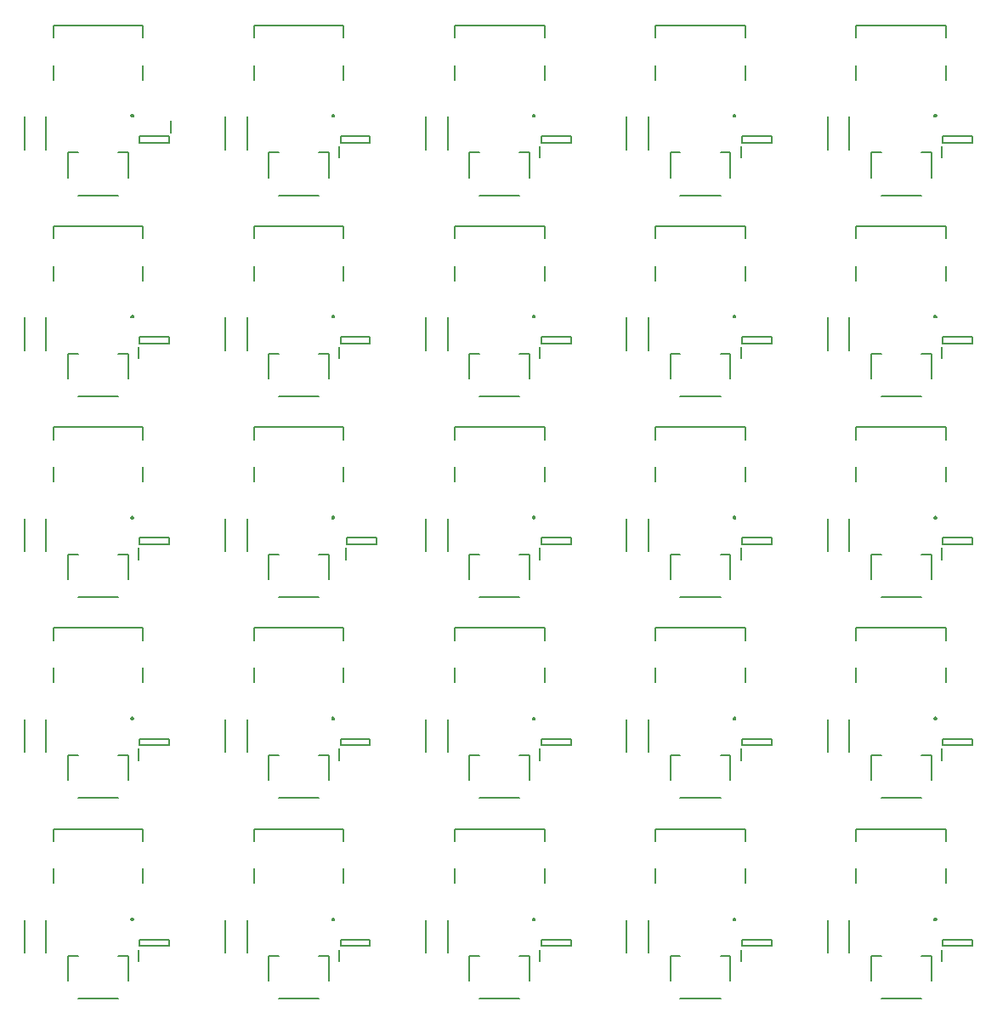
<source format=gbr>
G04 EAGLE Gerber RS-274X export*
G75*
%MOMM*%
%FSLAX34Y34*%
%LPD*%
%INSilkscreen Top*%
%IPPOS*%
%AMOC8*
5,1,8,0,0,1.08239X$1,22.5*%
G01*
%ADD10C,0.127000*%
%ADD11C,0.200000*%
%ADD12C,0.152400*%


D10*
X157200Y1421900D02*
X157200Y1436300D01*
X67800Y1436300D02*
X67800Y1421900D01*
X67800Y1463700D02*
X67800Y1476000D01*
X157200Y1476000D01*
X157200Y1463700D01*
D11*
X145500Y1386000D02*
X145502Y1386063D01*
X145508Y1386125D01*
X145518Y1386187D01*
X145531Y1386249D01*
X145549Y1386309D01*
X145570Y1386368D01*
X145595Y1386426D01*
X145624Y1386482D01*
X145656Y1386536D01*
X145691Y1386588D01*
X145729Y1386637D01*
X145771Y1386685D01*
X145815Y1386729D01*
X145863Y1386771D01*
X145912Y1386809D01*
X145964Y1386844D01*
X146018Y1386876D01*
X146074Y1386905D01*
X146132Y1386930D01*
X146191Y1386951D01*
X146251Y1386969D01*
X146313Y1386982D01*
X146375Y1386992D01*
X146437Y1386998D01*
X146500Y1387000D01*
X146563Y1386998D01*
X146625Y1386992D01*
X146687Y1386982D01*
X146749Y1386969D01*
X146809Y1386951D01*
X146868Y1386930D01*
X146926Y1386905D01*
X146982Y1386876D01*
X147036Y1386844D01*
X147088Y1386809D01*
X147137Y1386771D01*
X147185Y1386729D01*
X147229Y1386685D01*
X147271Y1386637D01*
X147309Y1386588D01*
X147344Y1386536D01*
X147376Y1386482D01*
X147405Y1386426D01*
X147430Y1386368D01*
X147451Y1386309D01*
X147469Y1386249D01*
X147482Y1386187D01*
X147492Y1386125D01*
X147498Y1386063D01*
X147500Y1386000D01*
X147498Y1385937D01*
X147492Y1385875D01*
X147482Y1385813D01*
X147469Y1385751D01*
X147451Y1385691D01*
X147430Y1385632D01*
X147405Y1385574D01*
X147376Y1385518D01*
X147344Y1385464D01*
X147309Y1385412D01*
X147271Y1385363D01*
X147229Y1385315D01*
X147185Y1385271D01*
X147137Y1385229D01*
X147088Y1385191D01*
X147036Y1385156D01*
X146982Y1385124D01*
X146926Y1385095D01*
X146868Y1385070D01*
X146809Y1385049D01*
X146749Y1385031D01*
X146687Y1385018D01*
X146625Y1385008D01*
X146563Y1385002D01*
X146500Y1385000D01*
X146437Y1385002D01*
X146375Y1385008D01*
X146313Y1385018D01*
X146251Y1385031D01*
X146191Y1385049D01*
X146132Y1385070D01*
X146074Y1385095D01*
X146018Y1385124D01*
X145964Y1385156D01*
X145912Y1385191D01*
X145863Y1385229D01*
X145815Y1385271D01*
X145771Y1385315D01*
X145729Y1385363D01*
X145691Y1385412D01*
X145656Y1385464D01*
X145624Y1385518D01*
X145595Y1385574D01*
X145570Y1385632D01*
X145549Y1385691D01*
X145531Y1385751D01*
X145518Y1385813D01*
X145508Y1385875D01*
X145502Y1385937D01*
X145500Y1386000D01*
D12*
X132500Y1306750D02*
X92500Y1306750D01*
X82500Y1324500D02*
X82500Y1349250D01*
X92500Y1349250D01*
X132500Y1349250D02*
X142500Y1349250D01*
X142500Y1324500D01*
D10*
X39100Y1352450D02*
X39100Y1385050D01*
X60900Y1385050D02*
X60900Y1352450D01*
D11*
X183500Y1359250D02*
X183500Y1365750D01*
X183500Y1359250D02*
X154000Y1359250D01*
X154000Y1365750D01*
X183500Y1365750D01*
X184750Y1369250D02*
X184750Y1380750D01*
D10*
X357200Y1421900D02*
X357200Y1436300D01*
X267800Y1436300D02*
X267800Y1421900D01*
X267800Y1463700D02*
X267800Y1476000D01*
X357200Y1476000D01*
X357200Y1463700D01*
D11*
X345500Y1386000D02*
X345502Y1386063D01*
X345508Y1386125D01*
X345518Y1386187D01*
X345531Y1386249D01*
X345549Y1386309D01*
X345570Y1386368D01*
X345595Y1386426D01*
X345624Y1386482D01*
X345656Y1386536D01*
X345691Y1386588D01*
X345729Y1386637D01*
X345771Y1386685D01*
X345815Y1386729D01*
X345863Y1386771D01*
X345912Y1386809D01*
X345964Y1386844D01*
X346018Y1386876D01*
X346074Y1386905D01*
X346132Y1386930D01*
X346191Y1386951D01*
X346251Y1386969D01*
X346313Y1386982D01*
X346375Y1386992D01*
X346437Y1386998D01*
X346500Y1387000D01*
X346563Y1386998D01*
X346625Y1386992D01*
X346687Y1386982D01*
X346749Y1386969D01*
X346809Y1386951D01*
X346868Y1386930D01*
X346926Y1386905D01*
X346982Y1386876D01*
X347036Y1386844D01*
X347088Y1386809D01*
X347137Y1386771D01*
X347185Y1386729D01*
X347229Y1386685D01*
X347271Y1386637D01*
X347309Y1386588D01*
X347344Y1386536D01*
X347376Y1386482D01*
X347405Y1386426D01*
X347430Y1386368D01*
X347451Y1386309D01*
X347469Y1386249D01*
X347482Y1386187D01*
X347492Y1386125D01*
X347498Y1386063D01*
X347500Y1386000D01*
X347498Y1385937D01*
X347492Y1385875D01*
X347482Y1385813D01*
X347469Y1385751D01*
X347451Y1385691D01*
X347430Y1385632D01*
X347405Y1385574D01*
X347376Y1385518D01*
X347344Y1385464D01*
X347309Y1385412D01*
X347271Y1385363D01*
X347229Y1385315D01*
X347185Y1385271D01*
X347137Y1385229D01*
X347088Y1385191D01*
X347036Y1385156D01*
X346982Y1385124D01*
X346926Y1385095D01*
X346868Y1385070D01*
X346809Y1385049D01*
X346749Y1385031D01*
X346687Y1385018D01*
X346625Y1385008D01*
X346563Y1385002D01*
X346500Y1385000D01*
X346437Y1385002D01*
X346375Y1385008D01*
X346313Y1385018D01*
X346251Y1385031D01*
X346191Y1385049D01*
X346132Y1385070D01*
X346074Y1385095D01*
X346018Y1385124D01*
X345964Y1385156D01*
X345912Y1385191D01*
X345863Y1385229D01*
X345815Y1385271D01*
X345771Y1385315D01*
X345729Y1385363D01*
X345691Y1385412D01*
X345656Y1385464D01*
X345624Y1385518D01*
X345595Y1385574D01*
X345570Y1385632D01*
X345549Y1385691D01*
X345531Y1385751D01*
X345518Y1385813D01*
X345508Y1385875D01*
X345502Y1385937D01*
X345500Y1386000D01*
D12*
X332500Y1306750D02*
X292500Y1306750D01*
X282500Y1324500D02*
X282500Y1349250D01*
X292500Y1349250D01*
X332500Y1349250D02*
X342500Y1349250D01*
X342500Y1324500D01*
D10*
X239100Y1352450D02*
X239100Y1385050D01*
X260900Y1385050D02*
X260900Y1352450D01*
D11*
X354000Y1359250D02*
X354000Y1365750D01*
X383500Y1365750D01*
X383500Y1359250D01*
X354000Y1359250D01*
X352750Y1355750D02*
X352750Y1344250D01*
D10*
X557200Y1421900D02*
X557200Y1436300D01*
X467800Y1436300D02*
X467800Y1421900D01*
X467800Y1463700D02*
X467800Y1476000D01*
X557200Y1476000D01*
X557200Y1463700D01*
D11*
X545500Y1386000D02*
X545502Y1386063D01*
X545508Y1386125D01*
X545518Y1386187D01*
X545531Y1386249D01*
X545549Y1386309D01*
X545570Y1386368D01*
X545595Y1386426D01*
X545624Y1386482D01*
X545656Y1386536D01*
X545691Y1386588D01*
X545729Y1386637D01*
X545771Y1386685D01*
X545815Y1386729D01*
X545863Y1386771D01*
X545912Y1386809D01*
X545964Y1386844D01*
X546018Y1386876D01*
X546074Y1386905D01*
X546132Y1386930D01*
X546191Y1386951D01*
X546251Y1386969D01*
X546313Y1386982D01*
X546375Y1386992D01*
X546437Y1386998D01*
X546500Y1387000D01*
X546563Y1386998D01*
X546625Y1386992D01*
X546687Y1386982D01*
X546749Y1386969D01*
X546809Y1386951D01*
X546868Y1386930D01*
X546926Y1386905D01*
X546982Y1386876D01*
X547036Y1386844D01*
X547088Y1386809D01*
X547137Y1386771D01*
X547185Y1386729D01*
X547229Y1386685D01*
X547271Y1386637D01*
X547309Y1386588D01*
X547344Y1386536D01*
X547376Y1386482D01*
X547405Y1386426D01*
X547430Y1386368D01*
X547451Y1386309D01*
X547469Y1386249D01*
X547482Y1386187D01*
X547492Y1386125D01*
X547498Y1386063D01*
X547500Y1386000D01*
X547498Y1385937D01*
X547492Y1385875D01*
X547482Y1385813D01*
X547469Y1385751D01*
X547451Y1385691D01*
X547430Y1385632D01*
X547405Y1385574D01*
X547376Y1385518D01*
X547344Y1385464D01*
X547309Y1385412D01*
X547271Y1385363D01*
X547229Y1385315D01*
X547185Y1385271D01*
X547137Y1385229D01*
X547088Y1385191D01*
X547036Y1385156D01*
X546982Y1385124D01*
X546926Y1385095D01*
X546868Y1385070D01*
X546809Y1385049D01*
X546749Y1385031D01*
X546687Y1385018D01*
X546625Y1385008D01*
X546563Y1385002D01*
X546500Y1385000D01*
X546437Y1385002D01*
X546375Y1385008D01*
X546313Y1385018D01*
X546251Y1385031D01*
X546191Y1385049D01*
X546132Y1385070D01*
X546074Y1385095D01*
X546018Y1385124D01*
X545964Y1385156D01*
X545912Y1385191D01*
X545863Y1385229D01*
X545815Y1385271D01*
X545771Y1385315D01*
X545729Y1385363D01*
X545691Y1385412D01*
X545656Y1385464D01*
X545624Y1385518D01*
X545595Y1385574D01*
X545570Y1385632D01*
X545549Y1385691D01*
X545531Y1385751D01*
X545518Y1385813D01*
X545508Y1385875D01*
X545502Y1385937D01*
X545500Y1386000D01*
D12*
X532500Y1306750D02*
X492500Y1306750D01*
X482500Y1324500D02*
X482500Y1349250D01*
X492500Y1349250D01*
X532500Y1349250D02*
X542500Y1349250D01*
X542500Y1324500D01*
D10*
X439100Y1352450D02*
X439100Y1385050D01*
X460900Y1385050D02*
X460900Y1352450D01*
D11*
X554000Y1359250D02*
X554000Y1365750D01*
X583500Y1365750D01*
X583500Y1359250D01*
X554000Y1359250D01*
X552750Y1355750D02*
X552750Y1344250D01*
D10*
X757200Y1421900D02*
X757200Y1436300D01*
X667800Y1436300D02*
X667800Y1421900D01*
X667800Y1463700D02*
X667800Y1476000D01*
X757200Y1476000D01*
X757200Y1463700D01*
D11*
X745500Y1386000D02*
X745502Y1386063D01*
X745508Y1386125D01*
X745518Y1386187D01*
X745531Y1386249D01*
X745549Y1386309D01*
X745570Y1386368D01*
X745595Y1386426D01*
X745624Y1386482D01*
X745656Y1386536D01*
X745691Y1386588D01*
X745729Y1386637D01*
X745771Y1386685D01*
X745815Y1386729D01*
X745863Y1386771D01*
X745912Y1386809D01*
X745964Y1386844D01*
X746018Y1386876D01*
X746074Y1386905D01*
X746132Y1386930D01*
X746191Y1386951D01*
X746251Y1386969D01*
X746313Y1386982D01*
X746375Y1386992D01*
X746437Y1386998D01*
X746500Y1387000D01*
X746563Y1386998D01*
X746625Y1386992D01*
X746687Y1386982D01*
X746749Y1386969D01*
X746809Y1386951D01*
X746868Y1386930D01*
X746926Y1386905D01*
X746982Y1386876D01*
X747036Y1386844D01*
X747088Y1386809D01*
X747137Y1386771D01*
X747185Y1386729D01*
X747229Y1386685D01*
X747271Y1386637D01*
X747309Y1386588D01*
X747344Y1386536D01*
X747376Y1386482D01*
X747405Y1386426D01*
X747430Y1386368D01*
X747451Y1386309D01*
X747469Y1386249D01*
X747482Y1386187D01*
X747492Y1386125D01*
X747498Y1386063D01*
X747500Y1386000D01*
X747498Y1385937D01*
X747492Y1385875D01*
X747482Y1385813D01*
X747469Y1385751D01*
X747451Y1385691D01*
X747430Y1385632D01*
X747405Y1385574D01*
X747376Y1385518D01*
X747344Y1385464D01*
X747309Y1385412D01*
X747271Y1385363D01*
X747229Y1385315D01*
X747185Y1385271D01*
X747137Y1385229D01*
X747088Y1385191D01*
X747036Y1385156D01*
X746982Y1385124D01*
X746926Y1385095D01*
X746868Y1385070D01*
X746809Y1385049D01*
X746749Y1385031D01*
X746687Y1385018D01*
X746625Y1385008D01*
X746563Y1385002D01*
X746500Y1385000D01*
X746437Y1385002D01*
X746375Y1385008D01*
X746313Y1385018D01*
X746251Y1385031D01*
X746191Y1385049D01*
X746132Y1385070D01*
X746074Y1385095D01*
X746018Y1385124D01*
X745964Y1385156D01*
X745912Y1385191D01*
X745863Y1385229D01*
X745815Y1385271D01*
X745771Y1385315D01*
X745729Y1385363D01*
X745691Y1385412D01*
X745656Y1385464D01*
X745624Y1385518D01*
X745595Y1385574D01*
X745570Y1385632D01*
X745549Y1385691D01*
X745531Y1385751D01*
X745518Y1385813D01*
X745508Y1385875D01*
X745502Y1385937D01*
X745500Y1386000D01*
D12*
X732500Y1306750D02*
X692500Y1306750D01*
X682500Y1324500D02*
X682500Y1349250D01*
X692500Y1349250D01*
X732500Y1349250D02*
X742500Y1349250D01*
X742500Y1324500D01*
D10*
X639100Y1352450D02*
X639100Y1385050D01*
X660900Y1385050D02*
X660900Y1352450D01*
D11*
X754000Y1359250D02*
X754000Y1365750D01*
X783500Y1365750D01*
X783500Y1359250D01*
X754000Y1359250D01*
X752750Y1355750D02*
X752750Y1344250D01*
D10*
X957200Y1421900D02*
X957200Y1436300D01*
X867800Y1436300D02*
X867800Y1421900D01*
X867800Y1463700D02*
X867800Y1476000D01*
X957200Y1476000D01*
X957200Y1463700D01*
D11*
X945500Y1386000D02*
X945502Y1386063D01*
X945508Y1386125D01*
X945518Y1386187D01*
X945531Y1386249D01*
X945549Y1386309D01*
X945570Y1386368D01*
X945595Y1386426D01*
X945624Y1386482D01*
X945656Y1386536D01*
X945691Y1386588D01*
X945729Y1386637D01*
X945771Y1386685D01*
X945815Y1386729D01*
X945863Y1386771D01*
X945912Y1386809D01*
X945964Y1386844D01*
X946018Y1386876D01*
X946074Y1386905D01*
X946132Y1386930D01*
X946191Y1386951D01*
X946251Y1386969D01*
X946313Y1386982D01*
X946375Y1386992D01*
X946437Y1386998D01*
X946500Y1387000D01*
X946563Y1386998D01*
X946625Y1386992D01*
X946687Y1386982D01*
X946749Y1386969D01*
X946809Y1386951D01*
X946868Y1386930D01*
X946926Y1386905D01*
X946982Y1386876D01*
X947036Y1386844D01*
X947088Y1386809D01*
X947137Y1386771D01*
X947185Y1386729D01*
X947229Y1386685D01*
X947271Y1386637D01*
X947309Y1386588D01*
X947344Y1386536D01*
X947376Y1386482D01*
X947405Y1386426D01*
X947430Y1386368D01*
X947451Y1386309D01*
X947469Y1386249D01*
X947482Y1386187D01*
X947492Y1386125D01*
X947498Y1386063D01*
X947500Y1386000D01*
X947498Y1385937D01*
X947492Y1385875D01*
X947482Y1385813D01*
X947469Y1385751D01*
X947451Y1385691D01*
X947430Y1385632D01*
X947405Y1385574D01*
X947376Y1385518D01*
X947344Y1385464D01*
X947309Y1385412D01*
X947271Y1385363D01*
X947229Y1385315D01*
X947185Y1385271D01*
X947137Y1385229D01*
X947088Y1385191D01*
X947036Y1385156D01*
X946982Y1385124D01*
X946926Y1385095D01*
X946868Y1385070D01*
X946809Y1385049D01*
X946749Y1385031D01*
X946687Y1385018D01*
X946625Y1385008D01*
X946563Y1385002D01*
X946500Y1385000D01*
X946437Y1385002D01*
X946375Y1385008D01*
X946313Y1385018D01*
X946251Y1385031D01*
X946191Y1385049D01*
X946132Y1385070D01*
X946074Y1385095D01*
X946018Y1385124D01*
X945964Y1385156D01*
X945912Y1385191D01*
X945863Y1385229D01*
X945815Y1385271D01*
X945771Y1385315D01*
X945729Y1385363D01*
X945691Y1385412D01*
X945656Y1385464D01*
X945624Y1385518D01*
X945595Y1385574D01*
X945570Y1385632D01*
X945549Y1385691D01*
X945531Y1385751D01*
X945518Y1385813D01*
X945508Y1385875D01*
X945502Y1385937D01*
X945500Y1386000D01*
D12*
X932500Y1306750D02*
X892500Y1306750D01*
X882500Y1324500D02*
X882500Y1349250D01*
X892500Y1349250D01*
X932500Y1349250D02*
X942500Y1349250D01*
X942500Y1324500D01*
D10*
X839100Y1352450D02*
X839100Y1385050D01*
X860900Y1385050D02*
X860900Y1352450D01*
D11*
X954000Y1359250D02*
X954000Y1365750D01*
X983500Y1365750D01*
X983500Y1359250D01*
X954000Y1359250D01*
X952750Y1355750D02*
X952750Y1344250D01*
D10*
X157200Y1236300D02*
X157200Y1221900D01*
X67800Y1221900D02*
X67800Y1236300D01*
X67800Y1263700D02*
X67800Y1276000D01*
X157200Y1276000D01*
X157200Y1263700D01*
D11*
X145500Y1186000D02*
X145502Y1186063D01*
X145508Y1186125D01*
X145518Y1186187D01*
X145531Y1186249D01*
X145549Y1186309D01*
X145570Y1186368D01*
X145595Y1186426D01*
X145624Y1186482D01*
X145656Y1186536D01*
X145691Y1186588D01*
X145729Y1186637D01*
X145771Y1186685D01*
X145815Y1186729D01*
X145863Y1186771D01*
X145912Y1186809D01*
X145964Y1186844D01*
X146018Y1186876D01*
X146074Y1186905D01*
X146132Y1186930D01*
X146191Y1186951D01*
X146251Y1186969D01*
X146313Y1186982D01*
X146375Y1186992D01*
X146437Y1186998D01*
X146500Y1187000D01*
X146563Y1186998D01*
X146625Y1186992D01*
X146687Y1186982D01*
X146749Y1186969D01*
X146809Y1186951D01*
X146868Y1186930D01*
X146926Y1186905D01*
X146982Y1186876D01*
X147036Y1186844D01*
X147088Y1186809D01*
X147137Y1186771D01*
X147185Y1186729D01*
X147229Y1186685D01*
X147271Y1186637D01*
X147309Y1186588D01*
X147344Y1186536D01*
X147376Y1186482D01*
X147405Y1186426D01*
X147430Y1186368D01*
X147451Y1186309D01*
X147469Y1186249D01*
X147482Y1186187D01*
X147492Y1186125D01*
X147498Y1186063D01*
X147500Y1186000D01*
X147498Y1185937D01*
X147492Y1185875D01*
X147482Y1185813D01*
X147469Y1185751D01*
X147451Y1185691D01*
X147430Y1185632D01*
X147405Y1185574D01*
X147376Y1185518D01*
X147344Y1185464D01*
X147309Y1185412D01*
X147271Y1185363D01*
X147229Y1185315D01*
X147185Y1185271D01*
X147137Y1185229D01*
X147088Y1185191D01*
X147036Y1185156D01*
X146982Y1185124D01*
X146926Y1185095D01*
X146868Y1185070D01*
X146809Y1185049D01*
X146749Y1185031D01*
X146687Y1185018D01*
X146625Y1185008D01*
X146563Y1185002D01*
X146500Y1185000D01*
X146437Y1185002D01*
X146375Y1185008D01*
X146313Y1185018D01*
X146251Y1185031D01*
X146191Y1185049D01*
X146132Y1185070D01*
X146074Y1185095D01*
X146018Y1185124D01*
X145964Y1185156D01*
X145912Y1185191D01*
X145863Y1185229D01*
X145815Y1185271D01*
X145771Y1185315D01*
X145729Y1185363D01*
X145691Y1185412D01*
X145656Y1185464D01*
X145624Y1185518D01*
X145595Y1185574D01*
X145570Y1185632D01*
X145549Y1185691D01*
X145531Y1185751D01*
X145518Y1185813D01*
X145508Y1185875D01*
X145502Y1185937D01*
X145500Y1186000D01*
D12*
X132500Y1106750D02*
X92500Y1106750D01*
X82500Y1124500D02*
X82500Y1149250D01*
X92500Y1149250D01*
X132500Y1149250D02*
X142500Y1149250D01*
X142500Y1124500D01*
D10*
X39100Y1152450D02*
X39100Y1185050D01*
X60900Y1185050D02*
X60900Y1152450D01*
D11*
X154000Y1159250D02*
X154000Y1165750D01*
X183500Y1165750D01*
X183500Y1159250D01*
X154000Y1159250D01*
X152750Y1155750D02*
X152750Y1144250D01*
D10*
X357200Y1221900D02*
X357200Y1236300D01*
X267800Y1236300D02*
X267800Y1221900D01*
X267800Y1263700D02*
X267800Y1276000D01*
X357200Y1276000D01*
X357200Y1263700D01*
D11*
X345500Y1186000D02*
X345502Y1186063D01*
X345508Y1186125D01*
X345518Y1186187D01*
X345531Y1186249D01*
X345549Y1186309D01*
X345570Y1186368D01*
X345595Y1186426D01*
X345624Y1186482D01*
X345656Y1186536D01*
X345691Y1186588D01*
X345729Y1186637D01*
X345771Y1186685D01*
X345815Y1186729D01*
X345863Y1186771D01*
X345912Y1186809D01*
X345964Y1186844D01*
X346018Y1186876D01*
X346074Y1186905D01*
X346132Y1186930D01*
X346191Y1186951D01*
X346251Y1186969D01*
X346313Y1186982D01*
X346375Y1186992D01*
X346437Y1186998D01*
X346500Y1187000D01*
X346563Y1186998D01*
X346625Y1186992D01*
X346687Y1186982D01*
X346749Y1186969D01*
X346809Y1186951D01*
X346868Y1186930D01*
X346926Y1186905D01*
X346982Y1186876D01*
X347036Y1186844D01*
X347088Y1186809D01*
X347137Y1186771D01*
X347185Y1186729D01*
X347229Y1186685D01*
X347271Y1186637D01*
X347309Y1186588D01*
X347344Y1186536D01*
X347376Y1186482D01*
X347405Y1186426D01*
X347430Y1186368D01*
X347451Y1186309D01*
X347469Y1186249D01*
X347482Y1186187D01*
X347492Y1186125D01*
X347498Y1186063D01*
X347500Y1186000D01*
X347498Y1185937D01*
X347492Y1185875D01*
X347482Y1185813D01*
X347469Y1185751D01*
X347451Y1185691D01*
X347430Y1185632D01*
X347405Y1185574D01*
X347376Y1185518D01*
X347344Y1185464D01*
X347309Y1185412D01*
X347271Y1185363D01*
X347229Y1185315D01*
X347185Y1185271D01*
X347137Y1185229D01*
X347088Y1185191D01*
X347036Y1185156D01*
X346982Y1185124D01*
X346926Y1185095D01*
X346868Y1185070D01*
X346809Y1185049D01*
X346749Y1185031D01*
X346687Y1185018D01*
X346625Y1185008D01*
X346563Y1185002D01*
X346500Y1185000D01*
X346437Y1185002D01*
X346375Y1185008D01*
X346313Y1185018D01*
X346251Y1185031D01*
X346191Y1185049D01*
X346132Y1185070D01*
X346074Y1185095D01*
X346018Y1185124D01*
X345964Y1185156D01*
X345912Y1185191D01*
X345863Y1185229D01*
X345815Y1185271D01*
X345771Y1185315D01*
X345729Y1185363D01*
X345691Y1185412D01*
X345656Y1185464D01*
X345624Y1185518D01*
X345595Y1185574D01*
X345570Y1185632D01*
X345549Y1185691D01*
X345531Y1185751D01*
X345518Y1185813D01*
X345508Y1185875D01*
X345502Y1185937D01*
X345500Y1186000D01*
D12*
X332500Y1106750D02*
X292500Y1106750D01*
X282500Y1124500D02*
X282500Y1149250D01*
X292500Y1149250D01*
X332500Y1149250D02*
X342500Y1149250D01*
X342500Y1124500D01*
D10*
X239100Y1152450D02*
X239100Y1185050D01*
X260900Y1185050D02*
X260900Y1152450D01*
D11*
X354000Y1159250D02*
X354000Y1165750D01*
X383500Y1165750D01*
X383500Y1159250D01*
X354000Y1159250D01*
X352750Y1155750D02*
X352750Y1144250D01*
D10*
X557200Y1221900D02*
X557200Y1236300D01*
X467800Y1236300D02*
X467800Y1221900D01*
X467800Y1263700D02*
X467800Y1276000D01*
X557200Y1276000D01*
X557200Y1263700D01*
D11*
X545500Y1186000D02*
X545502Y1186063D01*
X545508Y1186125D01*
X545518Y1186187D01*
X545531Y1186249D01*
X545549Y1186309D01*
X545570Y1186368D01*
X545595Y1186426D01*
X545624Y1186482D01*
X545656Y1186536D01*
X545691Y1186588D01*
X545729Y1186637D01*
X545771Y1186685D01*
X545815Y1186729D01*
X545863Y1186771D01*
X545912Y1186809D01*
X545964Y1186844D01*
X546018Y1186876D01*
X546074Y1186905D01*
X546132Y1186930D01*
X546191Y1186951D01*
X546251Y1186969D01*
X546313Y1186982D01*
X546375Y1186992D01*
X546437Y1186998D01*
X546500Y1187000D01*
X546563Y1186998D01*
X546625Y1186992D01*
X546687Y1186982D01*
X546749Y1186969D01*
X546809Y1186951D01*
X546868Y1186930D01*
X546926Y1186905D01*
X546982Y1186876D01*
X547036Y1186844D01*
X547088Y1186809D01*
X547137Y1186771D01*
X547185Y1186729D01*
X547229Y1186685D01*
X547271Y1186637D01*
X547309Y1186588D01*
X547344Y1186536D01*
X547376Y1186482D01*
X547405Y1186426D01*
X547430Y1186368D01*
X547451Y1186309D01*
X547469Y1186249D01*
X547482Y1186187D01*
X547492Y1186125D01*
X547498Y1186063D01*
X547500Y1186000D01*
X547498Y1185937D01*
X547492Y1185875D01*
X547482Y1185813D01*
X547469Y1185751D01*
X547451Y1185691D01*
X547430Y1185632D01*
X547405Y1185574D01*
X547376Y1185518D01*
X547344Y1185464D01*
X547309Y1185412D01*
X547271Y1185363D01*
X547229Y1185315D01*
X547185Y1185271D01*
X547137Y1185229D01*
X547088Y1185191D01*
X547036Y1185156D01*
X546982Y1185124D01*
X546926Y1185095D01*
X546868Y1185070D01*
X546809Y1185049D01*
X546749Y1185031D01*
X546687Y1185018D01*
X546625Y1185008D01*
X546563Y1185002D01*
X546500Y1185000D01*
X546437Y1185002D01*
X546375Y1185008D01*
X546313Y1185018D01*
X546251Y1185031D01*
X546191Y1185049D01*
X546132Y1185070D01*
X546074Y1185095D01*
X546018Y1185124D01*
X545964Y1185156D01*
X545912Y1185191D01*
X545863Y1185229D01*
X545815Y1185271D01*
X545771Y1185315D01*
X545729Y1185363D01*
X545691Y1185412D01*
X545656Y1185464D01*
X545624Y1185518D01*
X545595Y1185574D01*
X545570Y1185632D01*
X545549Y1185691D01*
X545531Y1185751D01*
X545518Y1185813D01*
X545508Y1185875D01*
X545502Y1185937D01*
X545500Y1186000D01*
D12*
X532500Y1106750D02*
X492500Y1106750D01*
X482500Y1124500D02*
X482500Y1149250D01*
X492500Y1149250D01*
X532500Y1149250D02*
X542500Y1149250D01*
X542500Y1124500D01*
D10*
X439100Y1152450D02*
X439100Y1185050D01*
X460900Y1185050D02*
X460900Y1152450D01*
D11*
X554000Y1159250D02*
X554000Y1165750D01*
X583500Y1165750D01*
X583500Y1159250D01*
X554000Y1159250D01*
X552750Y1155750D02*
X552750Y1144250D01*
D10*
X757200Y1221900D02*
X757200Y1236300D01*
X667800Y1236300D02*
X667800Y1221900D01*
X667800Y1263700D02*
X667800Y1276000D01*
X757200Y1276000D01*
X757200Y1263700D01*
D11*
X745500Y1186000D02*
X745502Y1186063D01*
X745508Y1186125D01*
X745518Y1186187D01*
X745531Y1186249D01*
X745549Y1186309D01*
X745570Y1186368D01*
X745595Y1186426D01*
X745624Y1186482D01*
X745656Y1186536D01*
X745691Y1186588D01*
X745729Y1186637D01*
X745771Y1186685D01*
X745815Y1186729D01*
X745863Y1186771D01*
X745912Y1186809D01*
X745964Y1186844D01*
X746018Y1186876D01*
X746074Y1186905D01*
X746132Y1186930D01*
X746191Y1186951D01*
X746251Y1186969D01*
X746313Y1186982D01*
X746375Y1186992D01*
X746437Y1186998D01*
X746500Y1187000D01*
X746563Y1186998D01*
X746625Y1186992D01*
X746687Y1186982D01*
X746749Y1186969D01*
X746809Y1186951D01*
X746868Y1186930D01*
X746926Y1186905D01*
X746982Y1186876D01*
X747036Y1186844D01*
X747088Y1186809D01*
X747137Y1186771D01*
X747185Y1186729D01*
X747229Y1186685D01*
X747271Y1186637D01*
X747309Y1186588D01*
X747344Y1186536D01*
X747376Y1186482D01*
X747405Y1186426D01*
X747430Y1186368D01*
X747451Y1186309D01*
X747469Y1186249D01*
X747482Y1186187D01*
X747492Y1186125D01*
X747498Y1186063D01*
X747500Y1186000D01*
X747498Y1185937D01*
X747492Y1185875D01*
X747482Y1185813D01*
X747469Y1185751D01*
X747451Y1185691D01*
X747430Y1185632D01*
X747405Y1185574D01*
X747376Y1185518D01*
X747344Y1185464D01*
X747309Y1185412D01*
X747271Y1185363D01*
X747229Y1185315D01*
X747185Y1185271D01*
X747137Y1185229D01*
X747088Y1185191D01*
X747036Y1185156D01*
X746982Y1185124D01*
X746926Y1185095D01*
X746868Y1185070D01*
X746809Y1185049D01*
X746749Y1185031D01*
X746687Y1185018D01*
X746625Y1185008D01*
X746563Y1185002D01*
X746500Y1185000D01*
X746437Y1185002D01*
X746375Y1185008D01*
X746313Y1185018D01*
X746251Y1185031D01*
X746191Y1185049D01*
X746132Y1185070D01*
X746074Y1185095D01*
X746018Y1185124D01*
X745964Y1185156D01*
X745912Y1185191D01*
X745863Y1185229D01*
X745815Y1185271D01*
X745771Y1185315D01*
X745729Y1185363D01*
X745691Y1185412D01*
X745656Y1185464D01*
X745624Y1185518D01*
X745595Y1185574D01*
X745570Y1185632D01*
X745549Y1185691D01*
X745531Y1185751D01*
X745518Y1185813D01*
X745508Y1185875D01*
X745502Y1185937D01*
X745500Y1186000D01*
D12*
X732500Y1106750D02*
X692500Y1106750D01*
X682500Y1124500D02*
X682500Y1149250D01*
X692500Y1149250D01*
X732500Y1149250D02*
X742500Y1149250D01*
X742500Y1124500D01*
D10*
X639100Y1152450D02*
X639100Y1185050D01*
X660900Y1185050D02*
X660900Y1152450D01*
D11*
X754000Y1159250D02*
X754000Y1165750D01*
X783500Y1165750D01*
X783500Y1159250D01*
X754000Y1159250D01*
X752750Y1155750D02*
X752750Y1144250D01*
D10*
X957200Y1221900D02*
X957200Y1236300D01*
X867800Y1236300D02*
X867800Y1221900D01*
X867800Y1263700D02*
X867800Y1276000D01*
X957200Y1276000D01*
X957200Y1263700D01*
D11*
X945500Y1186000D02*
X945502Y1186063D01*
X945508Y1186125D01*
X945518Y1186187D01*
X945531Y1186249D01*
X945549Y1186309D01*
X945570Y1186368D01*
X945595Y1186426D01*
X945624Y1186482D01*
X945656Y1186536D01*
X945691Y1186588D01*
X945729Y1186637D01*
X945771Y1186685D01*
X945815Y1186729D01*
X945863Y1186771D01*
X945912Y1186809D01*
X945964Y1186844D01*
X946018Y1186876D01*
X946074Y1186905D01*
X946132Y1186930D01*
X946191Y1186951D01*
X946251Y1186969D01*
X946313Y1186982D01*
X946375Y1186992D01*
X946437Y1186998D01*
X946500Y1187000D01*
X946563Y1186998D01*
X946625Y1186992D01*
X946687Y1186982D01*
X946749Y1186969D01*
X946809Y1186951D01*
X946868Y1186930D01*
X946926Y1186905D01*
X946982Y1186876D01*
X947036Y1186844D01*
X947088Y1186809D01*
X947137Y1186771D01*
X947185Y1186729D01*
X947229Y1186685D01*
X947271Y1186637D01*
X947309Y1186588D01*
X947344Y1186536D01*
X947376Y1186482D01*
X947405Y1186426D01*
X947430Y1186368D01*
X947451Y1186309D01*
X947469Y1186249D01*
X947482Y1186187D01*
X947492Y1186125D01*
X947498Y1186063D01*
X947500Y1186000D01*
X947498Y1185937D01*
X947492Y1185875D01*
X947482Y1185813D01*
X947469Y1185751D01*
X947451Y1185691D01*
X947430Y1185632D01*
X947405Y1185574D01*
X947376Y1185518D01*
X947344Y1185464D01*
X947309Y1185412D01*
X947271Y1185363D01*
X947229Y1185315D01*
X947185Y1185271D01*
X947137Y1185229D01*
X947088Y1185191D01*
X947036Y1185156D01*
X946982Y1185124D01*
X946926Y1185095D01*
X946868Y1185070D01*
X946809Y1185049D01*
X946749Y1185031D01*
X946687Y1185018D01*
X946625Y1185008D01*
X946563Y1185002D01*
X946500Y1185000D01*
X946437Y1185002D01*
X946375Y1185008D01*
X946313Y1185018D01*
X946251Y1185031D01*
X946191Y1185049D01*
X946132Y1185070D01*
X946074Y1185095D01*
X946018Y1185124D01*
X945964Y1185156D01*
X945912Y1185191D01*
X945863Y1185229D01*
X945815Y1185271D01*
X945771Y1185315D01*
X945729Y1185363D01*
X945691Y1185412D01*
X945656Y1185464D01*
X945624Y1185518D01*
X945595Y1185574D01*
X945570Y1185632D01*
X945549Y1185691D01*
X945531Y1185751D01*
X945518Y1185813D01*
X945508Y1185875D01*
X945502Y1185937D01*
X945500Y1186000D01*
D12*
X932500Y1106750D02*
X892500Y1106750D01*
X882500Y1124500D02*
X882500Y1149250D01*
X892500Y1149250D01*
X932500Y1149250D02*
X942500Y1149250D01*
X942500Y1124500D01*
D10*
X839100Y1152450D02*
X839100Y1185050D01*
X860900Y1185050D02*
X860900Y1152450D01*
D11*
X954000Y1159250D02*
X954000Y1165750D01*
X983500Y1165750D01*
X983500Y1159250D01*
X954000Y1159250D01*
X952750Y1155750D02*
X952750Y1144250D01*
D10*
X157200Y1036300D02*
X157200Y1021900D01*
X67800Y1021900D02*
X67800Y1036300D01*
X67800Y1063700D02*
X67800Y1076000D01*
X157200Y1076000D01*
X157200Y1063700D01*
D11*
X145500Y986000D02*
X145502Y986063D01*
X145508Y986125D01*
X145518Y986187D01*
X145531Y986249D01*
X145549Y986309D01*
X145570Y986368D01*
X145595Y986426D01*
X145624Y986482D01*
X145656Y986536D01*
X145691Y986588D01*
X145729Y986637D01*
X145771Y986685D01*
X145815Y986729D01*
X145863Y986771D01*
X145912Y986809D01*
X145964Y986844D01*
X146018Y986876D01*
X146074Y986905D01*
X146132Y986930D01*
X146191Y986951D01*
X146251Y986969D01*
X146313Y986982D01*
X146375Y986992D01*
X146437Y986998D01*
X146500Y987000D01*
X146563Y986998D01*
X146625Y986992D01*
X146687Y986982D01*
X146749Y986969D01*
X146809Y986951D01*
X146868Y986930D01*
X146926Y986905D01*
X146982Y986876D01*
X147036Y986844D01*
X147088Y986809D01*
X147137Y986771D01*
X147185Y986729D01*
X147229Y986685D01*
X147271Y986637D01*
X147309Y986588D01*
X147344Y986536D01*
X147376Y986482D01*
X147405Y986426D01*
X147430Y986368D01*
X147451Y986309D01*
X147469Y986249D01*
X147482Y986187D01*
X147492Y986125D01*
X147498Y986063D01*
X147500Y986000D01*
X147498Y985937D01*
X147492Y985875D01*
X147482Y985813D01*
X147469Y985751D01*
X147451Y985691D01*
X147430Y985632D01*
X147405Y985574D01*
X147376Y985518D01*
X147344Y985464D01*
X147309Y985412D01*
X147271Y985363D01*
X147229Y985315D01*
X147185Y985271D01*
X147137Y985229D01*
X147088Y985191D01*
X147036Y985156D01*
X146982Y985124D01*
X146926Y985095D01*
X146868Y985070D01*
X146809Y985049D01*
X146749Y985031D01*
X146687Y985018D01*
X146625Y985008D01*
X146563Y985002D01*
X146500Y985000D01*
X146437Y985002D01*
X146375Y985008D01*
X146313Y985018D01*
X146251Y985031D01*
X146191Y985049D01*
X146132Y985070D01*
X146074Y985095D01*
X146018Y985124D01*
X145964Y985156D01*
X145912Y985191D01*
X145863Y985229D01*
X145815Y985271D01*
X145771Y985315D01*
X145729Y985363D01*
X145691Y985412D01*
X145656Y985464D01*
X145624Y985518D01*
X145595Y985574D01*
X145570Y985632D01*
X145549Y985691D01*
X145531Y985751D01*
X145518Y985813D01*
X145508Y985875D01*
X145502Y985937D01*
X145500Y986000D01*
D12*
X132500Y906750D02*
X92500Y906750D01*
X82500Y924500D02*
X82500Y949250D01*
X92500Y949250D01*
X132500Y949250D02*
X142500Y949250D01*
X142500Y924500D01*
D10*
X39100Y952450D02*
X39100Y985050D01*
X60900Y985050D02*
X60900Y952450D01*
D11*
X154000Y959250D02*
X154000Y965750D01*
X183500Y965750D01*
X183500Y959250D01*
X154000Y959250D01*
X152750Y955750D02*
X152750Y944250D01*
D10*
X357200Y1021900D02*
X357200Y1036300D01*
X267800Y1036300D02*
X267800Y1021900D01*
X267800Y1063700D02*
X267800Y1076000D01*
X357200Y1076000D01*
X357200Y1063700D01*
D11*
X345500Y986000D02*
X345502Y986063D01*
X345508Y986125D01*
X345518Y986187D01*
X345531Y986249D01*
X345549Y986309D01*
X345570Y986368D01*
X345595Y986426D01*
X345624Y986482D01*
X345656Y986536D01*
X345691Y986588D01*
X345729Y986637D01*
X345771Y986685D01*
X345815Y986729D01*
X345863Y986771D01*
X345912Y986809D01*
X345964Y986844D01*
X346018Y986876D01*
X346074Y986905D01*
X346132Y986930D01*
X346191Y986951D01*
X346251Y986969D01*
X346313Y986982D01*
X346375Y986992D01*
X346437Y986998D01*
X346500Y987000D01*
X346563Y986998D01*
X346625Y986992D01*
X346687Y986982D01*
X346749Y986969D01*
X346809Y986951D01*
X346868Y986930D01*
X346926Y986905D01*
X346982Y986876D01*
X347036Y986844D01*
X347088Y986809D01*
X347137Y986771D01*
X347185Y986729D01*
X347229Y986685D01*
X347271Y986637D01*
X347309Y986588D01*
X347344Y986536D01*
X347376Y986482D01*
X347405Y986426D01*
X347430Y986368D01*
X347451Y986309D01*
X347469Y986249D01*
X347482Y986187D01*
X347492Y986125D01*
X347498Y986063D01*
X347500Y986000D01*
X347498Y985937D01*
X347492Y985875D01*
X347482Y985813D01*
X347469Y985751D01*
X347451Y985691D01*
X347430Y985632D01*
X347405Y985574D01*
X347376Y985518D01*
X347344Y985464D01*
X347309Y985412D01*
X347271Y985363D01*
X347229Y985315D01*
X347185Y985271D01*
X347137Y985229D01*
X347088Y985191D01*
X347036Y985156D01*
X346982Y985124D01*
X346926Y985095D01*
X346868Y985070D01*
X346809Y985049D01*
X346749Y985031D01*
X346687Y985018D01*
X346625Y985008D01*
X346563Y985002D01*
X346500Y985000D01*
X346437Y985002D01*
X346375Y985008D01*
X346313Y985018D01*
X346251Y985031D01*
X346191Y985049D01*
X346132Y985070D01*
X346074Y985095D01*
X346018Y985124D01*
X345964Y985156D01*
X345912Y985191D01*
X345863Y985229D01*
X345815Y985271D01*
X345771Y985315D01*
X345729Y985363D01*
X345691Y985412D01*
X345656Y985464D01*
X345624Y985518D01*
X345595Y985574D01*
X345570Y985632D01*
X345549Y985691D01*
X345531Y985751D01*
X345518Y985813D01*
X345508Y985875D01*
X345502Y985937D01*
X345500Y986000D01*
D12*
X332500Y906750D02*
X292500Y906750D01*
X282500Y924500D02*
X282500Y949250D01*
X292500Y949250D01*
X332500Y949250D02*
X342500Y949250D01*
X342500Y924500D01*
D10*
X239100Y952450D02*
X239100Y985050D01*
X260900Y985050D02*
X260900Y952450D01*
D11*
X360250Y959250D02*
X360250Y965750D01*
X389750Y965750D01*
X389750Y959250D01*
X360250Y959250D01*
X359000Y955750D02*
X359000Y944250D01*
D10*
X557200Y1021900D02*
X557200Y1036300D01*
X467800Y1036300D02*
X467800Y1021900D01*
X467800Y1063700D02*
X467800Y1076000D01*
X557200Y1076000D01*
X557200Y1063700D01*
D11*
X545500Y986000D02*
X545502Y986063D01*
X545508Y986125D01*
X545518Y986187D01*
X545531Y986249D01*
X545549Y986309D01*
X545570Y986368D01*
X545595Y986426D01*
X545624Y986482D01*
X545656Y986536D01*
X545691Y986588D01*
X545729Y986637D01*
X545771Y986685D01*
X545815Y986729D01*
X545863Y986771D01*
X545912Y986809D01*
X545964Y986844D01*
X546018Y986876D01*
X546074Y986905D01*
X546132Y986930D01*
X546191Y986951D01*
X546251Y986969D01*
X546313Y986982D01*
X546375Y986992D01*
X546437Y986998D01*
X546500Y987000D01*
X546563Y986998D01*
X546625Y986992D01*
X546687Y986982D01*
X546749Y986969D01*
X546809Y986951D01*
X546868Y986930D01*
X546926Y986905D01*
X546982Y986876D01*
X547036Y986844D01*
X547088Y986809D01*
X547137Y986771D01*
X547185Y986729D01*
X547229Y986685D01*
X547271Y986637D01*
X547309Y986588D01*
X547344Y986536D01*
X547376Y986482D01*
X547405Y986426D01*
X547430Y986368D01*
X547451Y986309D01*
X547469Y986249D01*
X547482Y986187D01*
X547492Y986125D01*
X547498Y986063D01*
X547500Y986000D01*
X547498Y985937D01*
X547492Y985875D01*
X547482Y985813D01*
X547469Y985751D01*
X547451Y985691D01*
X547430Y985632D01*
X547405Y985574D01*
X547376Y985518D01*
X547344Y985464D01*
X547309Y985412D01*
X547271Y985363D01*
X547229Y985315D01*
X547185Y985271D01*
X547137Y985229D01*
X547088Y985191D01*
X547036Y985156D01*
X546982Y985124D01*
X546926Y985095D01*
X546868Y985070D01*
X546809Y985049D01*
X546749Y985031D01*
X546687Y985018D01*
X546625Y985008D01*
X546563Y985002D01*
X546500Y985000D01*
X546437Y985002D01*
X546375Y985008D01*
X546313Y985018D01*
X546251Y985031D01*
X546191Y985049D01*
X546132Y985070D01*
X546074Y985095D01*
X546018Y985124D01*
X545964Y985156D01*
X545912Y985191D01*
X545863Y985229D01*
X545815Y985271D01*
X545771Y985315D01*
X545729Y985363D01*
X545691Y985412D01*
X545656Y985464D01*
X545624Y985518D01*
X545595Y985574D01*
X545570Y985632D01*
X545549Y985691D01*
X545531Y985751D01*
X545518Y985813D01*
X545508Y985875D01*
X545502Y985937D01*
X545500Y986000D01*
D12*
X532500Y906750D02*
X492500Y906750D01*
X482500Y924500D02*
X482500Y949250D01*
X492500Y949250D01*
X532500Y949250D02*
X542500Y949250D01*
X542500Y924500D01*
D10*
X439100Y952450D02*
X439100Y985050D01*
X460900Y985050D02*
X460900Y952450D01*
D11*
X554000Y959250D02*
X554000Y965750D01*
X583500Y965750D01*
X583500Y959250D01*
X554000Y959250D01*
X552750Y955750D02*
X552750Y944250D01*
D10*
X757200Y1021900D02*
X757200Y1036300D01*
X667800Y1036300D02*
X667800Y1021900D01*
X667800Y1063700D02*
X667800Y1076000D01*
X757200Y1076000D01*
X757200Y1063700D01*
D11*
X745500Y986000D02*
X745502Y986063D01*
X745508Y986125D01*
X745518Y986187D01*
X745531Y986249D01*
X745549Y986309D01*
X745570Y986368D01*
X745595Y986426D01*
X745624Y986482D01*
X745656Y986536D01*
X745691Y986588D01*
X745729Y986637D01*
X745771Y986685D01*
X745815Y986729D01*
X745863Y986771D01*
X745912Y986809D01*
X745964Y986844D01*
X746018Y986876D01*
X746074Y986905D01*
X746132Y986930D01*
X746191Y986951D01*
X746251Y986969D01*
X746313Y986982D01*
X746375Y986992D01*
X746437Y986998D01*
X746500Y987000D01*
X746563Y986998D01*
X746625Y986992D01*
X746687Y986982D01*
X746749Y986969D01*
X746809Y986951D01*
X746868Y986930D01*
X746926Y986905D01*
X746982Y986876D01*
X747036Y986844D01*
X747088Y986809D01*
X747137Y986771D01*
X747185Y986729D01*
X747229Y986685D01*
X747271Y986637D01*
X747309Y986588D01*
X747344Y986536D01*
X747376Y986482D01*
X747405Y986426D01*
X747430Y986368D01*
X747451Y986309D01*
X747469Y986249D01*
X747482Y986187D01*
X747492Y986125D01*
X747498Y986063D01*
X747500Y986000D01*
X747498Y985937D01*
X747492Y985875D01*
X747482Y985813D01*
X747469Y985751D01*
X747451Y985691D01*
X747430Y985632D01*
X747405Y985574D01*
X747376Y985518D01*
X747344Y985464D01*
X747309Y985412D01*
X747271Y985363D01*
X747229Y985315D01*
X747185Y985271D01*
X747137Y985229D01*
X747088Y985191D01*
X747036Y985156D01*
X746982Y985124D01*
X746926Y985095D01*
X746868Y985070D01*
X746809Y985049D01*
X746749Y985031D01*
X746687Y985018D01*
X746625Y985008D01*
X746563Y985002D01*
X746500Y985000D01*
X746437Y985002D01*
X746375Y985008D01*
X746313Y985018D01*
X746251Y985031D01*
X746191Y985049D01*
X746132Y985070D01*
X746074Y985095D01*
X746018Y985124D01*
X745964Y985156D01*
X745912Y985191D01*
X745863Y985229D01*
X745815Y985271D01*
X745771Y985315D01*
X745729Y985363D01*
X745691Y985412D01*
X745656Y985464D01*
X745624Y985518D01*
X745595Y985574D01*
X745570Y985632D01*
X745549Y985691D01*
X745531Y985751D01*
X745518Y985813D01*
X745508Y985875D01*
X745502Y985937D01*
X745500Y986000D01*
D12*
X732500Y906750D02*
X692500Y906750D01*
X682500Y924500D02*
X682500Y949250D01*
X692500Y949250D01*
X732500Y949250D02*
X742500Y949250D01*
X742500Y924500D01*
D10*
X639100Y952450D02*
X639100Y985050D01*
X660900Y985050D02*
X660900Y952450D01*
D11*
X754000Y959250D02*
X754000Y965750D01*
X783500Y965750D01*
X783500Y959250D01*
X754000Y959250D01*
X752750Y955750D02*
X752750Y944250D01*
D10*
X957200Y1021900D02*
X957200Y1036300D01*
X867800Y1036300D02*
X867800Y1021900D01*
X867800Y1063700D02*
X867800Y1076000D01*
X957200Y1076000D01*
X957200Y1063700D01*
D11*
X945500Y986000D02*
X945502Y986063D01*
X945508Y986125D01*
X945518Y986187D01*
X945531Y986249D01*
X945549Y986309D01*
X945570Y986368D01*
X945595Y986426D01*
X945624Y986482D01*
X945656Y986536D01*
X945691Y986588D01*
X945729Y986637D01*
X945771Y986685D01*
X945815Y986729D01*
X945863Y986771D01*
X945912Y986809D01*
X945964Y986844D01*
X946018Y986876D01*
X946074Y986905D01*
X946132Y986930D01*
X946191Y986951D01*
X946251Y986969D01*
X946313Y986982D01*
X946375Y986992D01*
X946437Y986998D01*
X946500Y987000D01*
X946563Y986998D01*
X946625Y986992D01*
X946687Y986982D01*
X946749Y986969D01*
X946809Y986951D01*
X946868Y986930D01*
X946926Y986905D01*
X946982Y986876D01*
X947036Y986844D01*
X947088Y986809D01*
X947137Y986771D01*
X947185Y986729D01*
X947229Y986685D01*
X947271Y986637D01*
X947309Y986588D01*
X947344Y986536D01*
X947376Y986482D01*
X947405Y986426D01*
X947430Y986368D01*
X947451Y986309D01*
X947469Y986249D01*
X947482Y986187D01*
X947492Y986125D01*
X947498Y986063D01*
X947500Y986000D01*
X947498Y985937D01*
X947492Y985875D01*
X947482Y985813D01*
X947469Y985751D01*
X947451Y985691D01*
X947430Y985632D01*
X947405Y985574D01*
X947376Y985518D01*
X947344Y985464D01*
X947309Y985412D01*
X947271Y985363D01*
X947229Y985315D01*
X947185Y985271D01*
X947137Y985229D01*
X947088Y985191D01*
X947036Y985156D01*
X946982Y985124D01*
X946926Y985095D01*
X946868Y985070D01*
X946809Y985049D01*
X946749Y985031D01*
X946687Y985018D01*
X946625Y985008D01*
X946563Y985002D01*
X946500Y985000D01*
X946437Y985002D01*
X946375Y985008D01*
X946313Y985018D01*
X946251Y985031D01*
X946191Y985049D01*
X946132Y985070D01*
X946074Y985095D01*
X946018Y985124D01*
X945964Y985156D01*
X945912Y985191D01*
X945863Y985229D01*
X945815Y985271D01*
X945771Y985315D01*
X945729Y985363D01*
X945691Y985412D01*
X945656Y985464D01*
X945624Y985518D01*
X945595Y985574D01*
X945570Y985632D01*
X945549Y985691D01*
X945531Y985751D01*
X945518Y985813D01*
X945508Y985875D01*
X945502Y985937D01*
X945500Y986000D01*
D12*
X932500Y906750D02*
X892500Y906750D01*
X882500Y924500D02*
X882500Y949250D01*
X892500Y949250D01*
X932500Y949250D02*
X942500Y949250D01*
X942500Y924500D01*
D10*
X839100Y952450D02*
X839100Y985050D01*
X860900Y985050D02*
X860900Y952450D01*
D11*
X954000Y959250D02*
X954000Y965750D01*
X983500Y965750D01*
X983500Y959250D01*
X954000Y959250D01*
X952750Y955750D02*
X952750Y944250D01*
D10*
X157200Y836300D02*
X157200Y821900D01*
X67800Y821900D02*
X67800Y836300D01*
X67800Y863700D02*
X67800Y876000D01*
X157200Y876000D01*
X157200Y863700D01*
D11*
X145500Y786000D02*
X145502Y786063D01*
X145508Y786125D01*
X145518Y786187D01*
X145531Y786249D01*
X145549Y786309D01*
X145570Y786368D01*
X145595Y786426D01*
X145624Y786482D01*
X145656Y786536D01*
X145691Y786588D01*
X145729Y786637D01*
X145771Y786685D01*
X145815Y786729D01*
X145863Y786771D01*
X145912Y786809D01*
X145964Y786844D01*
X146018Y786876D01*
X146074Y786905D01*
X146132Y786930D01*
X146191Y786951D01*
X146251Y786969D01*
X146313Y786982D01*
X146375Y786992D01*
X146437Y786998D01*
X146500Y787000D01*
X146563Y786998D01*
X146625Y786992D01*
X146687Y786982D01*
X146749Y786969D01*
X146809Y786951D01*
X146868Y786930D01*
X146926Y786905D01*
X146982Y786876D01*
X147036Y786844D01*
X147088Y786809D01*
X147137Y786771D01*
X147185Y786729D01*
X147229Y786685D01*
X147271Y786637D01*
X147309Y786588D01*
X147344Y786536D01*
X147376Y786482D01*
X147405Y786426D01*
X147430Y786368D01*
X147451Y786309D01*
X147469Y786249D01*
X147482Y786187D01*
X147492Y786125D01*
X147498Y786063D01*
X147500Y786000D01*
X147498Y785937D01*
X147492Y785875D01*
X147482Y785813D01*
X147469Y785751D01*
X147451Y785691D01*
X147430Y785632D01*
X147405Y785574D01*
X147376Y785518D01*
X147344Y785464D01*
X147309Y785412D01*
X147271Y785363D01*
X147229Y785315D01*
X147185Y785271D01*
X147137Y785229D01*
X147088Y785191D01*
X147036Y785156D01*
X146982Y785124D01*
X146926Y785095D01*
X146868Y785070D01*
X146809Y785049D01*
X146749Y785031D01*
X146687Y785018D01*
X146625Y785008D01*
X146563Y785002D01*
X146500Y785000D01*
X146437Y785002D01*
X146375Y785008D01*
X146313Y785018D01*
X146251Y785031D01*
X146191Y785049D01*
X146132Y785070D01*
X146074Y785095D01*
X146018Y785124D01*
X145964Y785156D01*
X145912Y785191D01*
X145863Y785229D01*
X145815Y785271D01*
X145771Y785315D01*
X145729Y785363D01*
X145691Y785412D01*
X145656Y785464D01*
X145624Y785518D01*
X145595Y785574D01*
X145570Y785632D01*
X145549Y785691D01*
X145531Y785751D01*
X145518Y785813D01*
X145508Y785875D01*
X145502Y785937D01*
X145500Y786000D01*
D12*
X132500Y706750D02*
X92500Y706750D01*
X82500Y724500D02*
X82500Y749250D01*
X92500Y749250D01*
X132500Y749250D02*
X142500Y749250D01*
X142500Y724500D01*
D10*
X39100Y752450D02*
X39100Y785050D01*
X60900Y785050D02*
X60900Y752450D01*
D11*
X154000Y759250D02*
X154000Y765750D01*
X183500Y765750D01*
X183500Y759250D01*
X154000Y759250D01*
X152750Y755750D02*
X152750Y744250D01*
D10*
X357200Y821900D02*
X357200Y836300D01*
X267800Y836300D02*
X267800Y821900D01*
X267800Y863700D02*
X267800Y876000D01*
X357200Y876000D01*
X357200Y863700D01*
D11*
X345500Y786000D02*
X345502Y786063D01*
X345508Y786125D01*
X345518Y786187D01*
X345531Y786249D01*
X345549Y786309D01*
X345570Y786368D01*
X345595Y786426D01*
X345624Y786482D01*
X345656Y786536D01*
X345691Y786588D01*
X345729Y786637D01*
X345771Y786685D01*
X345815Y786729D01*
X345863Y786771D01*
X345912Y786809D01*
X345964Y786844D01*
X346018Y786876D01*
X346074Y786905D01*
X346132Y786930D01*
X346191Y786951D01*
X346251Y786969D01*
X346313Y786982D01*
X346375Y786992D01*
X346437Y786998D01*
X346500Y787000D01*
X346563Y786998D01*
X346625Y786992D01*
X346687Y786982D01*
X346749Y786969D01*
X346809Y786951D01*
X346868Y786930D01*
X346926Y786905D01*
X346982Y786876D01*
X347036Y786844D01*
X347088Y786809D01*
X347137Y786771D01*
X347185Y786729D01*
X347229Y786685D01*
X347271Y786637D01*
X347309Y786588D01*
X347344Y786536D01*
X347376Y786482D01*
X347405Y786426D01*
X347430Y786368D01*
X347451Y786309D01*
X347469Y786249D01*
X347482Y786187D01*
X347492Y786125D01*
X347498Y786063D01*
X347500Y786000D01*
X347498Y785937D01*
X347492Y785875D01*
X347482Y785813D01*
X347469Y785751D01*
X347451Y785691D01*
X347430Y785632D01*
X347405Y785574D01*
X347376Y785518D01*
X347344Y785464D01*
X347309Y785412D01*
X347271Y785363D01*
X347229Y785315D01*
X347185Y785271D01*
X347137Y785229D01*
X347088Y785191D01*
X347036Y785156D01*
X346982Y785124D01*
X346926Y785095D01*
X346868Y785070D01*
X346809Y785049D01*
X346749Y785031D01*
X346687Y785018D01*
X346625Y785008D01*
X346563Y785002D01*
X346500Y785000D01*
X346437Y785002D01*
X346375Y785008D01*
X346313Y785018D01*
X346251Y785031D01*
X346191Y785049D01*
X346132Y785070D01*
X346074Y785095D01*
X346018Y785124D01*
X345964Y785156D01*
X345912Y785191D01*
X345863Y785229D01*
X345815Y785271D01*
X345771Y785315D01*
X345729Y785363D01*
X345691Y785412D01*
X345656Y785464D01*
X345624Y785518D01*
X345595Y785574D01*
X345570Y785632D01*
X345549Y785691D01*
X345531Y785751D01*
X345518Y785813D01*
X345508Y785875D01*
X345502Y785937D01*
X345500Y786000D01*
D12*
X332500Y706750D02*
X292500Y706750D01*
X282500Y724500D02*
X282500Y749250D01*
X292500Y749250D01*
X332500Y749250D02*
X342500Y749250D01*
X342500Y724500D01*
D10*
X239100Y752450D02*
X239100Y785050D01*
X260900Y785050D02*
X260900Y752450D01*
D11*
X354000Y759250D02*
X354000Y765750D01*
X383500Y765750D01*
X383500Y759250D01*
X354000Y759250D01*
X352750Y755750D02*
X352750Y744250D01*
D10*
X557200Y821900D02*
X557200Y836300D01*
X467800Y836300D02*
X467800Y821900D01*
X467800Y863700D02*
X467800Y876000D01*
X557200Y876000D01*
X557200Y863700D01*
D11*
X545500Y786000D02*
X545502Y786063D01*
X545508Y786125D01*
X545518Y786187D01*
X545531Y786249D01*
X545549Y786309D01*
X545570Y786368D01*
X545595Y786426D01*
X545624Y786482D01*
X545656Y786536D01*
X545691Y786588D01*
X545729Y786637D01*
X545771Y786685D01*
X545815Y786729D01*
X545863Y786771D01*
X545912Y786809D01*
X545964Y786844D01*
X546018Y786876D01*
X546074Y786905D01*
X546132Y786930D01*
X546191Y786951D01*
X546251Y786969D01*
X546313Y786982D01*
X546375Y786992D01*
X546437Y786998D01*
X546500Y787000D01*
X546563Y786998D01*
X546625Y786992D01*
X546687Y786982D01*
X546749Y786969D01*
X546809Y786951D01*
X546868Y786930D01*
X546926Y786905D01*
X546982Y786876D01*
X547036Y786844D01*
X547088Y786809D01*
X547137Y786771D01*
X547185Y786729D01*
X547229Y786685D01*
X547271Y786637D01*
X547309Y786588D01*
X547344Y786536D01*
X547376Y786482D01*
X547405Y786426D01*
X547430Y786368D01*
X547451Y786309D01*
X547469Y786249D01*
X547482Y786187D01*
X547492Y786125D01*
X547498Y786063D01*
X547500Y786000D01*
X547498Y785937D01*
X547492Y785875D01*
X547482Y785813D01*
X547469Y785751D01*
X547451Y785691D01*
X547430Y785632D01*
X547405Y785574D01*
X547376Y785518D01*
X547344Y785464D01*
X547309Y785412D01*
X547271Y785363D01*
X547229Y785315D01*
X547185Y785271D01*
X547137Y785229D01*
X547088Y785191D01*
X547036Y785156D01*
X546982Y785124D01*
X546926Y785095D01*
X546868Y785070D01*
X546809Y785049D01*
X546749Y785031D01*
X546687Y785018D01*
X546625Y785008D01*
X546563Y785002D01*
X546500Y785000D01*
X546437Y785002D01*
X546375Y785008D01*
X546313Y785018D01*
X546251Y785031D01*
X546191Y785049D01*
X546132Y785070D01*
X546074Y785095D01*
X546018Y785124D01*
X545964Y785156D01*
X545912Y785191D01*
X545863Y785229D01*
X545815Y785271D01*
X545771Y785315D01*
X545729Y785363D01*
X545691Y785412D01*
X545656Y785464D01*
X545624Y785518D01*
X545595Y785574D01*
X545570Y785632D01*
X545549Y785691D01*
X545531Y785751D01*
X545518Y785813D01*
X545508Y785875D01*
X545502Y785937D01*
X545500Y786000D01*
D12*
X532500Y706750D02*
X492500Y706750D01*
X482500Y724500D02*
X482500Y749250D01*
X492500Y749250D01*
X532500Y749250D02*
X542500Y749250D01*
X542500Y724500D01*
D10*
X439100Y752450D02*
X439100Y785050D01*
X460900Y785050D02*
X460900Y752450D01*
D11*
X554000Y759250D02*
X554000Y765750D01*
X583500Y765750D01*
X583500Y759250D01*
X554000Y759250D01*
X552750Y755750D02*
X552750Y744250D01*
D10*
X757200Y821900D02*
X757200Y836300D01*
X667800Y836300D02*
X667800Y821900D01*
X667800Y863700D02*
X667800Y876000D01*
X757200Y876000D01*
X757200Y863700D01*
D11*
X745500Y786000D02*
X745502Y786063D01*
X745508Y786125D01*
X745518Y786187D01*
X745531Y786249D01*
X745549Y786309D01*
X745570Y786368D01*
X745595Y786426D01*
X745624Y786482D01*
X745656Y786536D01*
X745691Y786588D01*
X745729Y786637D01*
X745771Y786685D01*
X745815Y786729D01*
X745863Y786771D01*
X745912Y786809D01*
X745964Y786844D01*
X746018Y786876D01*
X746074Y786905D01*
X746132Y786930D01*
X746191Y786951D01*
X746251Y786969D01*
X746313Y786982D01*
X746375Y786992D01*
X746437Y786998D01*
X746500Y787000D01*
X746563Y786998D01*
X746625Y786992D01*
X746687Y786982D01*
X746749Y786969D01*
X746809Y786951D01*
X746868Y786930D01*
X746926Y786905D01*
X746982Y786876D01*
X747036Y786844D01*
X747088Y786809D01*
X747137Y786771D01*
X747185Y786729D01*
X747229Y786685D01*
X747271Y786637D01*
X747309Y786588D01*
X747344Y786536D01*
X747376Y786482D01*
X747405Y786426D01*
X747430Y786368D01*
X747451Y786309D01*
X747469Y786249D01*
X747482Y786187D01*
X747492Y786125D01*
X747498Y786063D01*
X747500Y786000D01*
X747498Y785937D01*
X747492Y785875D01*
X747482Y785813D01*
X747469Y785751D01*
X747451Y785691D01*
X747430Y785632D01*
X747405Y785574D01*
X747376Y785518D01*
X747344Y785464D01*
X747309Y785412D01*
X747271Y785363D01*
X747229Y785315D01*
X747185Y785271D01*
X747137Y785229D01*
X747088Y785191D01*
X747036Y785156D01*
X746982Y785124D01*
X746926Y785095D01*
X746868Y785070D01*
X746809Y785049D01*
X746749Y785031D01*
X746687Y785018D01*
X746625Y785008D01*
X746563Y785002D01*
X746500Y785000D01*
X746437Y785002D01*
X746375Y785008D01*
X746313Y785018D01*
X746251Y785031D01*
X746191Y785049D01*
X746132Y785070D01*
X746074Y785095D01*
X746018Y785124D01*
X745964Y785156D01*
X745912Y785191D01*
X745863Y785229D01*
X745815Y785271D01*
X745771Y785315D01*
X745729Y785363D01*
X745691Y785412D01*
X745656Y785464D01*
X745624Y785518D01*
X745595Y785574D01*
X745570Y785632D01*
X745549Y785691D01*
X745531Y785751D01*
X745518Y785813D01*
X745508Y785875D01*
X745502Y785937D01*
X745500Y786000D01*
D12*
X732500Y706750D02*
X692500Y706750D01*
X682500Y724500D02*
X682500Y749250D01*
X692500Y749250D01*
X732500Y749250D02*
X742500Y749250D01*
X742500Y724500D01*
D10*
X639100Y752450D02*
X639100Y785050D01*
X660900Y785050D02*
X660900Y752450D01*
D11*
X754000Y759250D02*
X754000Y765750D01*
X783500Y765750D01*
X783500Y759250D01*
X754000Y759250D01*
X752750Y755750D02*
X752750Y744250D01*
D10*
X957200Y821900D02*
X957200Y836300D01*
X867800Y836300D02*
X867800Y821900D01*
X867800Y863700D02*
X867800Y876000D01*
X957200Y876000D01*
X957200Y863700D01*
D11*
X945500Y786000D02*
X945502Y786063D01*
X945508Y786125D01*
X945518Y786187D01*
X945531Y786249D01*
X945549Y786309D01*
X945570Y786368D01*
X945595Y786426D01*
X945624Y786482D01*
X945656Y786536D01*
X945691Y786588D01*
X945729Y786637D01*
X945771Y786685D01*
X945815Y786729D01*
X945863Y786771D01*
X945912Y786809D01*
X945964Y786844D01*
X946018Y786876D01*
X946074Y786905D01*
X946132Y786930D01*
X946191Y786951D01*
X946251Y786969D01*
X946313Y786982D01*
X946375Y786992D01*
X946437Y786998D01*
X946500Y787000D01*
X946563Y786998D01*
X946625Y786992D01*
X946687Y786982D01*
X946749Y786969D01*
X946809Y786951D01*
X946868Y786930D01*
X946926Y786905D01*
X946982Y786876D01*
X947036Y786844D01*
X947088Y786809D01*
X947137Y786771D01*
X947185Y786729D01*
X947229Y786685D01*
X947271Y786637D01*
X947309Y786588D01*
X947344Y786536D01*
X947376Y786482D01*
X947405Y786426D01*
X947430Y786368D01*
X947451Y786309D01*
X947469Y786249D01*
X947482Y786187D01*
X947492Y786125D01*
X947498Y786063D01*
X947500Y786000D01*
X947498Y785937D01*
X947492Y785875D01*
X947482Y785813D01*
X947469Y785751D01*
X947451Y785691D01*
X947430Y785632D01*
X947405Y785574D01*
X947376Y785518D01*
X947344Y785464D01*
X947309Y785412D01*
X947271Y785363D01*
X947229Y785315D01*
X947185Y785271D01*
X947137Y785229D01*
X947088Y785191D01*
X947036Y785156D01*
X946982Y785124D01*
X946926Y785095D01*
X946868Y785070D01*
X946809Y785049D01*
X946749Y785031D01*
X946687Y785018D01*
X946625Y785008D01*
X946563Y785002D01*
X946500Y785000D01*
X946437Y785002D01*
X946375Y785008D01*
X946313Y785018D01*
X946251Y785031D01*
X946191Y785049D01*
X946132Y785070D01*
X946074Y785095D01*
X946018Y785124D01*
X945964Y785156D01*
X945912Y785191D01*
X945863Y785229D01*
X945815Y785271D01*
X945771Y785315D01*
X945729Y785363D01*
X945691Y785412D01*
X945656Y785464D01*
X945624Y785518D01*
X945595Y785574D01*
X945570Y785632D01*
X945549Y785691D01*
X945531Y785751D01*
X945518Y785813D01*
X945508Y785875D01*
X945502Y785937D01*
X945500Y786000D01*
D12*
X932500Y706750D02*
X892500Y706750D01*
X882500Y724500D02*
X882500Y749250D01*
X892500Y749250D01*
X932500Y749250D02*
X942500Y749250D01*
X942500Y724500D01*
D10*
X839100Y752450D02*
X839100Y785050D01*
X860900Y785050D02*
X860900Y752450D01*
D11*
X954000Y759250D02*
X954000Y765750D01*
X983500Y765750D01*
X983500Y759250D01*
X954000Y759250D01*
X952750Y755750D02*
X952750Y744250D01*
D10*
X157200Y636300D02*
X157200Y621900D01*
X67800Y621900D02*
X67800Y636300D01*
X67800Y663700D02*
X67800Y676000D01*
X157200Y676000D01*
X157200Y663700D01*
D11*
X145500Y586000D02*
X145502Y586063D01*
X145508Y586125D01*
X145518Y586187D01*
X145531Y586249D01*
X145549Y586309D01*
X145570Y586368D01*
X145595Y586426D01*
X145624Y586482D01*
X145656Y586536D01*
X145691Y586588D01*
X145729Y586637D01*
X145771Y586685D01*
X145815Y586729D01*
X145863Y586771D01*
X145912Y586809D01*
X145964Y586844D01*
X146018Y586876D01*
X146074Y586905D01*
X146132Y586930D01*
X146191Y586951D01*
X146251Y586969D01*
X146313Y586982D01*
X146375Y586992D01*
X146437Y586998D01*
X146500Y587000D01*
X146563Y586998D01*
X146625Y586992D01*
X146687Y586982D01*
X146749Y586969D01*
X146809Y586951D01*
X146868Y586930D01*
X146926Y586905D01*
X146982Y586876D01*
X147036Y586844D01*
X147088Y586809D01*
X147137Y586771D01*
X147185Y586729D01*
X147229Y586685D01*
X147271Y586637D01*
X147309Y586588D01*
X147344Y586536D01*
X147376Y586482D01*
X147405Y586426D01*
X147430Y586368D01*
X147451Y586309D01*
X147469Y586249D01*
X147482Y586187D01*
X147492Y586125D01*
X147498Y586063D01*
X147500Y586000D01*
X147498Y585937D01*
X147492Y585875D01*
X147482Y585813D01*
X147469Y585751D01*
X147451Y585691D01*
X147430Y585632D01*
X147405Y585574D01*
X147376Y585518D01*
X147344Y585464D01*
X147309Y585412D01*
X147271Y585363D01*
X147229Y585315D01*
X147185Y585271D01*
X147137Y585229D01*
X147088Y585191D01*
X147036Y585156D01*
X146982Y585124D01*
X146926Y585095D01*
X146868Y585070D01*
X146809Y585049D01*
X146749Y585031D01*
X146687Y585018D01*
X146625Y585008D01*
X146563Y585002D01*
X146500Y585000D01*
X146437Y585002D01*
X146375Y585008D01*
X146313Y585018D01*
X146251Y585031D01*
X146191Y585049D01*
X146132Y585070D01*
X146074Y585095D01*
X146018Y585124D01*
X145964Y585156D01*
X145912Y585191D01*
X145863Y585229D01*
X145815Y585271D01*
X145771Y585315D01*
X145729Y585363D01*
X145691Y585412D01*
X145656Y585464D01*
X145624Y585518D01*
X145595Y585574D01*
X145570Y585632D01*
X145549Y585691D01*
X145531Y585751D01*
X145518Y585813D01*
X145508Y585875D01*
X145502Y585937D01*
X145500Y586000D01*
D12*
X132500Y506750D02*
X92500Y506750D01*
X82500Y524500D02*
X82500Y549250D01*
X92500Y549250D01*
X132500Y549250D02*
X142500Y549250D01*
X142500Y524500D01*
D10*
X39100Y552450D02*
X39100Y585050D01*
X60900Y585050D02*
X60900Y552450D01*
D11*
X154000Y559250D02*
X154000Y565750D01*
X183500Y565750D01*
X183500Y559250D01*
X154000Y559250D01*
X152750Y555750D02*
X152750Y544250D01*
D10*
X357200Y621900D02*
X357200Y636300D01*
X267800Y636300D02*
X267800Y621900D01*
X267800Y663700D02*
X267800Y676000D01*
X357200Y676000D01*
X357200Y663700D01*
D11*
X345500Y586000D02*
X345502Y586063D01*
X345508Y586125D01*
X345518Y586187D01*
X345531Y586249D01*
X345549Y586309D01*
X345570Y586368D01*
X345595Y586426D01*
X345624Y586482D01*
X345656Y586536D01*
X345691Y586588D01*
X345729Y586637D01*
X345771Y586685D01*
X345815Y586729D01*
X345863Y586771D01*
X345912Y586809D01*
X345964Y586844D01*
X346018Y586876D01*
X346074Y586905D01*
X346132Y586930D01*
X346191Y586951D01*
X346251Y586969D01*
X346313Y586982D01*
X346375Y586992D01*
X346437Y586998D01*
X346500Y587000D01*
X346563Y586998D01*
X346625Y586992D01*
X346687Y586982D01*
X346749Y586969D01*
X346809Y586951D01*
X346868Y586930D01*
X346926Y586905D01*
X346982Y586876D01*
X347036Y586844D01*
X347088Y586809D01*
X347137Y586771D01*
X347185Y586729D01*
X347229Y586685D01*
X347271Y586637D01*
X347309Y586588D01*
X347344Y586536D01*
X347376Y586482D01*
X347405Y586426D01*
X347430Y586368D01*
X347451Y586309D01*
X347469Y586249D01*
X347482Y586187D01*
X347492Y586125D01*
X347498Y586063D01*
X347500Y586000D01*
X347498Y585937D01*
X347492Y585875D01*
X347482Y585813D01*
X347469Y585751D01*
X347451Y585691D01*
X347430Y585632D01*
X347405Y585574D01*
X347376Y585518D01*
X347344Y585464D01*
X347309Y585412D01*
X347271Y585363D01*
X347229Y585315D01*
X347185Y585271D01*
X347137Y585229D01*
X347088Y585191D01*
X347036Y585156D01*
X346982Y585124D01*
X346926Y585095D01*
X346868Y585070D01*
X346809Y585049D01*
X346749Y585031D01*
X346687Y585018D01*
X346625Y585008D01*
X346563Y585002D01*
X346500Y585000D01*
X346437Y585002D01*
X346375Y585008D01*
X346313Y585018D01*
X346251Y585031D01*
X346191Y585049D01*
X346132Y585070D01*
X346074Y585095D01*
X346018Y585124D01*
X345964Y585156D01*
X345912Y585191D01*
X345863Y585229D01*
X345815Y585271D01*
X345771Y585315D01*
X345729Y585363D01*
X345691Y585412D01*
X345656Y585464D01*
X345624Y585518D01*
X345595Y585574D01*
X345570Y585632D01*
X345549Y585691D01*
X345531Y585751D01*
X345518Y585813D01*
X345508Y585875D01*
X345502Y585937D01*
X345500Y586000D01*
D12*
X332500Y506750D02*
X292500Y506750D01*
X282500Y524500D02*
X282500Y549250D01*
X292500Y549250D01*
X332500Y549250D02*
X342500Y549250D01*
X342500Y524500D01*
D10*
X239100Y552450D02*
X239100Y585050D01*
X260900Y585050D02*
X260900Y552450D01*
D11*
X354000Y559250D02*
X354000Y565750D01*
X383500Y565750D01*
X383500Y559250D01*
X354000Y559250D01*
X352750Y555750D02*
X352750Y544250D01*
D10*
X557200Y621900D02*
X557200Y636300D01*
X467800Y636300D02*
X467800Y621900D01*
X467800Y663700D02*
X467800Y676000D01*
X557200Y676000D01*
X557200Y663700D01*
D11*
X545500Y586000D02*
X545502Y586063D01*
X545508Y586125D01*
X545518Y586187D01*
X545531Y586249D01*
X545549Y586309D01*
X545570Y586368D01*
X545595Y586426D01*
X545624Y586482D01*
X545656Y586536D01*
X545691Y586588D01*
X545729Y586637D01*
X545771Y586685D01*
X545815Y586729D01*
X545863Y586771D01*
X545912Y586809D01*
X545964Y586844D01*
X546018Y586876D01*
X546074Y586905D01*
X546132Y586930D01*
X546191Y586951D01*
X546251Y586969D01*
X546313Y586982D01*
X546375Y586992D01*
X546437Y586998D01*
X546500Y587000D01*
X546563Y586998D01*
X546625Y586992D01*
X546687Y586982D01*
X546749Y586969D01*
X546809Y586951D01*
X546868Y586930D01*
X546926Y586905D01*
X546982Y586876D01*
X547036Y586844D01*
X547088Y586809D01*
X547137Y586771D01*
X547185Y586729D01*
X547229Y586685D01*
X547271Y586637D01*
X547309Y586588D01*
X547344Y586536D01*
X547376Y586482D01*
X547405Y586426D01*
X547430Y586368D01*
X547451Y586309D01*
X547469Y586249D01*
X547482Y586187D01*
X547492Y586125D01*
X547498Y586063D01*
X547500Y586000D01*
X547498Y585937D01*
X547492Y585875D01*
X547482Y585813D01*
X547469Y585751D01*
X547451Y585691D01*
X547430Y585632D01*
X547405Y585574D01*
X547376Y585518D01*
X547344Y585464D01*
X547309Y585412D01*
X547271Y585363D01*
X547229Y585315D01*
X547185Y585271D01*
X547137Y585229D01*
X547088Y585191D01*
X547036Y585156D01*
X546982Y585124D01*
X546926Y585095D01*
X546868Y585070D01*
X546809Y585049D01*
X546749Y585031D01*
X546687Y585018D01*
X546625Y585008D01*
X546563Y585002D01*
X546500Y585000D01*
X546437Y585002D01*
X546375Y585008D01*
X546313Y585018D01*
X546251Y585031D01*
X546191Y585049D01*
X546132Y585070D01*
X546074Y585095D01*
X546018Y585124D01*
X545964Y585156D01*
X545912Y585191D01*
X545863Y585229D01*
X545815Y585271D01*
X545771Y585315D01*
X545729Y585363D01*
X545691Y585412D01*
X545656Y585464D01*
X545624Y585518D01*
X545595Y585574D01*
X545570Y585632D01*
X545549Y585691D01*
X545531Y585751D01*
X545518Y585813D01*
X545508Y585875D01*
X545502Y585937D01*
X545500Y586000D01*
D12*
X532500Y506750D02*
X492500Y506750D01*
X482500Y524500D02*
X482500Y549250D01*
X492500Y549250D01*
X532500Y549250D02*
X542500Y549250D01*
X542500Y524500D01*
D10*
X439100Y552450D02*
X439100Y585050D01*
X460900Y585050D02*
X460900Y552450D01*
D11*
X554000Y559250D02*
X554000Y565750D01*
X583500Y565750D01*
X583500Y559250D01*
X554000Y559250D01*
X552750Y555750D02*
X552750Y544250D01*
D10*
X757200Y621900D02*
X757200Y636300D01*
X667800Y636300D02*
X667800Y621900D01*
X667800Y663700D02*
X667800Y676000D01*
X757200Y676000D01*
X757200Y663700D01*
D11*
X745500Y586000D02*
X745502Y586063D01*
X745508Y586125D01*
X745518Y586187D01*
X745531Y586249D01*
X745549Y586309D01*
X745570Y586368D01*
X745595Y586426D01*
X745624Y586482D01*
X745656Y586536D01*
X745691Y586588D01*
X745729Y586637D01*
X745771Y586685D01*
X745815Y586729D01*
X745863Y586771D01*
X745912Y586809D01*
X745964Y586844D01*
X746018Y586876D01*
X746074Y586905D01*
X746132Y586930D01*
X746191Y586951D01*
X746251Y586969D01*
X746313Y586982D01*
X746375Y586992D01*
X746437Y586998D01*
X746500Y587000D01*
X746563Y586998D01*
X746625Y586992D01*
X746687Y586982D01*
X746749Y586969D01*
X746809Y586951D01*
X746868Y586930D01*
X746926Y586905D01*
X746982Y586876D01*
X747036Y586844D01*
X747088Y586809D01*
X747137Y586771D01*
X747185Y586729D01*
X747229Y586685D01*
X747271Y586637D01*
X747309Y586588D01*
X747344Y586536D01*
X747376Y586482D01*
X747405Y586426D01*
X747430Y586368D01*
X747451Y586309D01*
X747469Y586249D01*
X747482Y586187D01*
X747492Y586125D01*
X747498Y586063D01*
X747500Y586000D01*
X747498Y585937D01*
X747492Y585875D01*
X747482Y585813D01*
X747469Y585751D01*
X747451Y585691D01*
X747430Y585632D01*
X747405Y585574D01*
X747376Y585518D01*
X747344Y585464D01*
X747309Y585412D01*
X747271Y585363D01*
X747229Y585315D01*
X747185Y585271D01*
X747137Y585229D01*
X747088Y585191D01*
X747036Y585156D01*
X746982Y585124D01*
X746926Y585095D01*
X746868Y585070D01*
X746809Y585049D01*
X746749Y585031D01*
X746687Y585018D01*
X746625Y585008D01*
X746563Y585002D01*
X746500Y585000D01*
X746437Y585002D01*
X746375Y585008D01*
X746313Y585018D01*
X746251Y585031D01*
X746191Y585049D01*
X746132Y585070D01*
X746074Y585095D01*
X746018Y585124D01*
X745964Y585156D01*
X745912Y585191D01*
X745863Y585229D01*
X745815Y585271D01*
X745771Y585315D01*
X745729Y585363D01*
X745691Y585412D01*
X745656Y585464D01*
X745624Y585518D01*
X745595Y585574D01*
X745570Y585632D01*
X745549Y585691D01*
X745531Y585751D01*
X745518Y585813D01*
X745508Y585875D01*
X745502Y585937D01*
X745500Y586000D01*
D12*
X732500Y506750D02*
X692500Y506750D01*
X682500Y524500D02*
X682500Y549250D01*
X692500Y549250D01*
X732500Y549250D02*
X742500Y549250D01*
X742500Y524500D01*
D10*
X639100Y552450D02*
X639100Y585050D01*
X660900Y585050D02*
X660900Y552450D01*
D11*
X754000Y559250D02*
X754000Y565750D01*
X783500Y565750D01*
X783500Y559250D01*
X754000Y559250D01*
X752750Y555750D02*
X752750Y544250D01*
D10*
X957200Y621900D02*
X957200Y636300D01*
X867800Y636300D02*
X867800Y621900D01*
X867800Y663700D02*
X867800Y676000D01*
X957200Y676000D01*
X957200Y663700D01*
D11*
X945500Y586000D02*
X945502Y586063D01*
X945508Y586125D01*
X945518Y586187D01*
X945531Y586249D01*
X945549Y586309D01*
X945570Y586368D01*
X945595Y586426D01*
X945624Y586482D01*
X945656Y586536D01*
X945691Y586588D01*
X945729Y586637D01*
X945771Y586685D01*
X945815Y586729D01*
X945863Y586771D01*
X945912Y586809D01*
X945964Y586844D01*
X946018Y586876D01*
X946074Y586905D01*
X946132Y586930D01*
X946191Y586951D01*
X946251Y586969D01*
X946313Y586982D01*
X946375Y586992D01*
X946437Y586998D01*
X946500Y587000D01*
X946563Y586998D01*
X946625Y586992D01*
X946687Y586982D01*
X946749Y586969D01*
X946809Y586951D01*
X946868Y586930D01*
X946926Y586905D01*
X946982Y586876D01*
X947036Y586844D01*
X947088Y586809D01*
X947137Y586771D01*
X947185Y586729D01*
X947229Y586685D01*
X947271Y586637D01*
X947309Y586588D01*
X947344Y586536D01*
X947376Y586482D01*
X947405Y586426D01*
X947430Y586368D01*
X947451Y586309D01*
X947469Y586249D01*
X947482Y586187D01*
X947492Y586125D01*
X947498Y586063D01*
X947500Y586000D01*
X947498Y585937D01*
X947492Y585875D01*
X947482Y585813D01*
X947469Y585751D01*
X947451Y585691D01*
X947430Y585632D01*
X947405Y585574D01*
X947376Y585518D01*
X947344Y585464D01*
X947309Y585412D01*
X947271Y585363D01*
X947229Y585315D01*
X947185Y585271D01*
X947137Y585229D01*
X947088Y585191D01*
X947036Y585156D01*
X946982Y585124D01*
X946926Y585095D01*
X946868Y585070D01*
X946809Y585049D01*
X946749Y585031D01*
X946687Y585018D01*
X946625Y585008D01*
X946563Y585002D01*
X946500Y585000D01*
X946437Y585002D01*
X946375Y585008D01*
X946313Y585018D01*
X946251Y585031D01*
X946191Y585049D01*
X946132Y585070D01*
X946074Y585095D01*
X946018Y585124D01*
X945964Y585156D01*
X945912Y585191D01*
X945863Y585229D01*
X945815Y585271D01*
X945771Y585315D01*
X945729Y585363D01*
X945691Y585412D01*
X945656Y585464D01*
X945624Y585518D01*
X945595Y585574D01*
X945570Y585632D01*
X945549Y585691D01*
X945531Y585751D01*
X945518Y585813D01*
X945508Y585875D01*
X945502Y585937D01*
X945500Y586000D01*
D12*
X932500Y506750D02*
X892500Y506750D01*
X882500Y524500D02*
X882500Y549250D01*
X892500Y549250D01*
X932500Y549250D02*
X942500Y549250D01*
X942500Y524500D01*
D10*
X839100Y552450D02*
X839100Y585050D01*
X860900Y585050D02*
X860900Y552450D01*
D11*
X954000Y559250D02*
X954000Y565750D01*
X983500Y565750D01*
X983500Y559250D01*
X954000Y559250D01*
X952750Y555750D02*
X952750Y544250D01*
M02*

</source>
